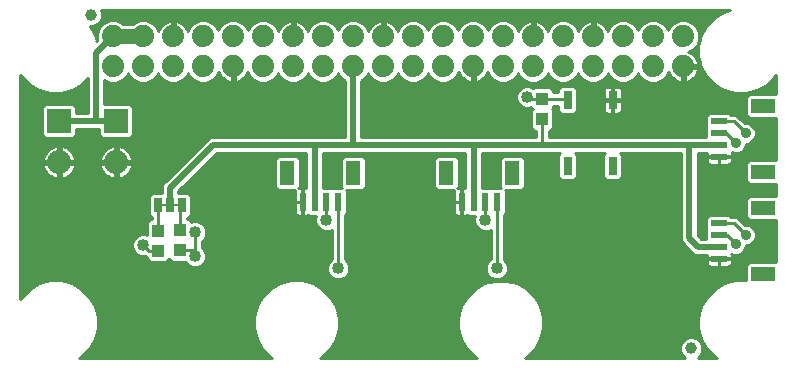
<source format=gtl>
G75*
%MOIN*%
%OFA0B0*%
%FSLAX25Y25*%
%IPPOS*%
%LPD*%
%AMOC8*
5,1,8,0,0,1.08239X$1,22.5*
%
%ADD10C,0.03937*%
%ADD11R,0.07874X0.04724*%
%ADD12R,0.05315X0.02362*%
%ADD13C,0.07400*%
%ADD14R,0.02500X0.05000*%
%ADD15R,0.01600X0.01000*%
%ADD16R,0.03937X0.04331*%
%ADD17R,0.08000X0.08000*%
%ADD18C,0.08000*%
%ADD19R,0.03000X0.06000*%
%ADD20R,0.02362X0.06102*%
%ADD21R,0.04724X0.07874*%
%ADD22C,0.01000*%
%ADD23C,0.04000*%
%ADD24C,0.02000*%
%ADD25C,0.03500*%
%ADD26C,0.05000*%
D10*
X0337042Y0133176D03*
X0137003Y0244378D03*
D11*
X0360802Y0214024D03*
X0360802Y0191976D03*
X0360801Y0180027D03*
X0360801Y0157979D03*
D12*
X0346333Y0163098D03*
X0346333Y0167035D03*
X0346333Y0170972D03*
X0346333Y0174909D03*
X0346333Y0197094D03*
X0346333Y0201031D03*
X0346333Y0204969D03*
X0346333Y0208906D03*
D13*
X0334286Y0227213D03*
X0324286Y0227213D03*
X0314286Y0227213D03*
X0314286Y0237213D03*
X0324286Y0237213D03*
X0334286Y0237213D03*
X0304286Y0237213D03*
X0294286Y0237213D03*
X0284286Y0237213D03*
X0274286Y0237213D03*
X0264286Y0237213D03*
X0254286Y0237213D03*
X0244286Y0237213D03*
X0234286Y0237213D03*
X0224286Y0237213D03*
X0214286Y0237213D03*
X0204286Y0237213D03*
X0194286Y0237213D03*
X0184286Y0237213D03*
X0174286Y0237213D03*
X0164286Y0237213D03*
X0154286Y0237213D03*
X0144286Y0237213D03*
X0144286Y0227213D03*
X0154286Y0227213D03*
X0164286Y0227213D03*
X0174286Y0227213D03*
X0184286Y0227213D03*
X0194286Y0227213D03*
X0204286Y0227213D03*
X0214286Y0227213D03*
X0224286Y0227213D03*
X0234286Y0227213D03*
X0244286Y0227213D03*
X0254286Y0227213D03*
X0264286Y0227213D03*
X0274286Y0227213D03*
X0284286Y0227213D03*
X0294286Y0227213D03*
X0304286Y0227213D03*
D14*
X0167326Y0180893D03*
X0163326Y0180893D03*
X0159326Y0180893D03*
D15*
X0161326Y0180893D03*
X0165326Y0180893D03*
D16*
X0166703Y0172643D03*
X0159377Y0172443D03*
X0159377Y0165750D03*
X0166703Y0165950D03*
X0287333Y0209654D03*
X0287333Y0216346D03*
D17*
X0145333Y0209000D03*
X0126333Y0209000D03*
D18*
X0126333Y0195220D03*
X0145333Y0195220D03*
D19*
X0295833Y0194000D03*
X0310833Y0194000D03*
X0310833Y0216000D03*
X0295833Y0216000D03*
D20*
X0272325Y0182051D03*
X0268388Y0182051D03*
X0264451Y0182051D03*
X0260514Y0182051D03*
X0219325Y0182051D03*
X0215388Y0182051D03*
X0211451Y0182051D03*
X0207514Y0182051D03*
D21*
X0202396Y0191598D03*
X0224444Y0191598D03*
X0255396Y0191598D03*
X0277444Y0191598D03*
D22*
X0133771Y0130495D02*
X0133086Y0130100D01*
X0197376Y0130100D01*
X0196691Y0130495D01*
X0194065Y0133121D01*
X0192209Y0136337D01*
X0191248Y0139923D01*
X0191248Y0143636D01*
X0192209Y0147223D01*
X0194065Y0150438D01*
X0196691Y0153064D01*
X0199906Y0154920D01*
X0203493Y0155881D01*
X0207206Y0155881D01*
X0210792Y0154920D01*
X0214008Y0153064D01*
X0216633Y0150438D01*
X0218490Y0147223D01*
X0219451Y0143636D01*
X0219451Y0139923D01*
X0218490Y0136337D01*
X0216633Y0133121D01*
X0214008Y0130495D01*
X0213323Y0130100D01*
X0265457Y0130100D01*
X0264840Y0130456D01*
X0262215Y0133082D01*
X0260358Y0136297D01*
X0259397Y0139884D01*
X0259397Y0143597D01*
X0260358Y0147183D01*
X0262215Y0150399D01*
X0264840Y0153024D01*
X0268056Y0154881D01*
X0271642Y0155842D01*
X0275355Y0155842D01*
X0278942Y0154881D01*
X0282157Y0153024D01*
X0284783Y0150399D01*
X0286639Y0147183D01*
X0287600Y0143597D01*
X0287600Y0139884D01*
X0286639Y0136297D01*
X0284783Y0133082D01*
X0282157Y0130456D01*
X0281540Y0130100D01*
X0334930Y0130100D01*
X0333932Y0131098D01*
X0333373Y0132446D01*
X0333373Y0133905D01*
X0333932Y0135254D01*
X0334964Y0136286D01*
X0336312Y0136844D01*
X0337772Y0136844D01*
X0339120Y0136286D01*
X0340152Y0135254D01*
X0340710Y0133905D01*
X0340710Y0132446D01*
X0340152Y0131098D01*
X0339154Y0130100D01*
X0345486Y0130100D01*
X0344801Y0130495D01*
X0342175Y0133121D01*
X0340319Y0136337D01*
X0339358Y0139923D01*
X0339358Y0143636D01*
X0340319Y0147223D01*
X0342175Y0150438D01*
X0344801Y0153064D01*
X0348016Y0154920D01*
X0351603Y0155881D01*
X0355164Y0155881D01*
X0355164Y0161046D01*
X0356160Y0162042D01*
X0365139Y0162042D01*
X0365139Y0175964D01*
X0356160Y0175964D01*
X0355164Y0176960D01*
X0355164Y0183093D01*
X0356160Y0184089D01*
X0365139Y0184089D01*
X0365139Y0187914D01*
X0356161Y0187914D01*
X0355165Y0188910D01*
X0355165Y0195043D01*
X0356161Y0196039D01*
X0365139Y0196039D01*
X0365139Y0209961D01*
X0356161Y0209961D01*
X0355165Y0210957D01*
X0355165Y0217090D01*
X0356161Y0218086D01*
X0365139Y0218086D01*
X0365139Y0224357D01*
X0364743Y0223672D01*
X0362118Y0221047D01*
X0358902Y0219190D01*
X0355316Y0218229D01*
X0351603Y0218229D01*
X0348016Y0219190D01*
X0344801Y0221047D01*
X0342175Y0223672D01*
X0340319Y0226888D01*
X0339358Y0230474D01*
X0339358Y0234187D01*
X0340319Y0237774D01*
X0342175Y0240989D01*
X0344801Y0243615D01*
X0348016Y0245471D01*
X0349910Y0245979D01*
X0140310Y0245979D01*
X0140671Y0245108D01*
X0140671Y0243648D01*
X0140113Y0242300D01*
X0139081Y0241268D01*
X0137732Y0240709D01*
X0136558Y0240709D01*
X0138253Y0237774D01*
X0138840Y0235585D01*
X0139035Y0235780D01*
X0138886Y0236138D01*
X0138886Y0238287D01*
X0139708Y0240271D01*
X0141227Y0241790D01*
X0143212Y0242613D01*
X0145360Y0242613D01*
X0147345Y0241790D01*
X0147723Y0241413D01*
X0150849Y0241413D01*
X0151227Y0241790D01*
X0153212Y0242613D01*
X0155360Y0242613D01*
X0157345Y0241790D01*
X0158864Y0240271D01*
X0159395Y0238988D01*
X0159467Y0239209D01*
X0159839Y0239938D01*
X0160320Y0240600D01*
X0160899Y0241179D01*
X0161561Y0241660D01*
X0162290Y0242032D01*
X0163068Y0242285D01*
X0163786Y0242398D01*
X0163786Y0237713D01*
X0164786Y0237713D01*
X0164786Y0242398D01*
X0165504Y0242285D01*
X0166282Y0242032D01*
X0167011Y0241660D01*
X0167674Y0241179D01*
X0168252Y0240600D01*
X0168734Y0239938D01*
X0169105Y0239209D01*
X0169177Y0238988D01*
X0169708Y0240271D01*
X0171227Y0241790D01*
X0173212Y0242613D01*
X0175360Y0242613D01*
X0177345Y0241790D01*
X0178864Y0240271D01*
X0179286Y0239252D01*
X0179708Y0240271D01*
X0181227Y0241790D01*
X0183212Y0242613D01*
X0185360Y0242613D01*
X0187345Y0241790D01*
X0188864Y0240271D01*
X0189286Y0239252D01*
X0189708Y0240271D01*
X0191227Y0241790D01*
X0193212Y0242613D01*
X0195360Y0242613D01*
X0197345Y0241790D01*
X0198864Y0240271D01*
X0199395Y0238988D01*
X0199467Y0239209D01*
X0199839Y0239938D01*
X0200320Y0240600D01*
X0200899Y0241179D01*
X0201561Y0241660D01*
X0202290Y0242032D01*
X0203068Y0242285D01*
X0203786Y0242398D01*
X0203786Y0237713D01*
X0204786Y0237713D01*
X0204786Y0242398D01*
X0205504Y0242285D01*
X0206282Y0242032D01*
X0207011Y0241660D01*
X0207674Y0241179D01*
X0208252Y0240600D01*
X0208734Y0239938D01*
X0209105Y0239209D01*
X0209177Y0238988D01*
X0209708Y0240271D01*
X0211227Y0241790D01*
X0213212Y0242613D01*
X0215360Y0242613D01*
X0217345Y0241790D01*
X0218864Y0240271D01*
X0219286Y0239252D01*
X0219708Y0240271D01*
X0221227Y0241790D01*
X0223212Y0242613D01*
X0225360Y0242613D01*
X0227345Y0241790D01*
X0228864Y0240271D01*
X0229395Y0238988D01*
X0229467Y0239209D01*
X0229839Y0239938D01*
X0230320Y0240600D01*
X0230899Y0241179D01*
X0231561Y0241660D01*
X0232290Y0242032D01*
X0233068Y0242285D01*
X0233786Y0242398D01*
X0233786Y0237713D01*
X0234786Y0237713D01*
X0234786Y0242398D01*
X0235504Y0242285D01*
X0236282Y0242032D01*
X0237011Y0241660D01*
X0237674Y0241179D01*
X0238252Y0240600D01*
X0238734Y0239938D01*
X0239105Y0239209D01*
X0239177Y0238988D01*
X0239708Y0240271D01*
X0241227Y0241790D01*
X0243212Y0242613D01*
X0245360Y0242613D01*
X0247345Y0241790D01*
X0248864Y0240271D01*
X0249286Y0239252D01*
X0249708Y0240271D01*
X0251227Y0241790D01*
X0253212Y0242613D01*
X0255360Y0242613D01*
X0257345Y0241790D01*
X0258864Y0240271D01*
X0259286Y0239252D01*
X0259708Y0240271D01*
X0261227Y0241790D01*
X0263212Y0242613D01*
X0265360Y0242613D01*
X0267345Y0241790D01*
X0268864Y0240271D01*
X0269286Y0239252D01*
X0269708Y0240271D01*
X0271227Y0241790D01*
X0273212Y0242613D01*
X0275360Y0242613D01*
X0277345Y0241790D01*
X0278864Y0240271D01*
X0279395Y0238988D01*
X0279467Y0239209D01*
X0279839Y0239938D01*
X0280320Y0240600D01*
X0280899Y0241179D01*
X0281561Y0241660D01*
X0282290Y0242032D01*
X0283068Y0242285D01*
X0283786Y0242398D01*
X0283786Y0237713D01*
X0284786Y0237713D01*
X0284786Y0242398D01*
X0285504Y0242285D01*
X0286282Y0242032D01*
X0287011Y0241660D01*
X0287674Y0241179D01*
X0288252Y0240600D01*
X0288734Y0239938D01*
X0289105Y0239209D01*
X0289177Y0238988D01*
X0289708Y0240271D01*
X0291227Y0241790D01*
X0293212Y0242613D01*
X0295360Y0242613D01*
X0297345Y0241790D01*
X0298864Y0240271D01*
X0299395Y0238988D01*
X0299467Y0239209D01*
X0299839Y0239938D01*
X0300320Y0240600D01*
X0300899Y0241179D01*
X0301561Y0241660D01*
X0302290Y0242032D01*
X0303068Y0242285D01*
X0303786Y0242398D01*
X0303786Y0237713D01*
X0304786Y0237713D01*
X0304786Y0242398D01*
X0305504Y0242285D01*
X0306282Y0242032D01*
X0307011Y0241660D01*
X0307674Y0241179D01*
X0308252Y0240600D01*
X0308734Y0239938D01*
X0309105Y0239209D01*
X0309177Y0238988D01*
X0309708Y0240271D01*
X0311227Y0241790D01*
X0313212Y0242613D01*
X0315360Y0242613D01*
X0317345Y0241790D01*
X0318864Y0240271D01*
X0319286Y0239252D01*
X0319708Y0240271D01*
X0321227Y0241790D01*
X0323212Y0242613D01*
X0325360Y0242613D01*
X0327345Y0241790D01*
X0328864Y0240271D01*
X0329286Y0239252D01*
X0329708Y0240271D01*
X0331227Y0241790D01*
X0333212Y0242613D01*
X0335360Y0242613D01*
X0337345Y0241790D01*
X0338864Y0240271D01*
X0339686Y0238287D01*
X0339686Y0236138D01*
X0338864Y0234154D01*
X0337345Y0232635D01*
X0336062Y0232103D01*
X0336282Y0232032D01*
X0337011Y0231660D01*
X0337674Y0231179D01*
X0338252Y0230600D01*
X0338734Y0229938D01*
X0339105Y0229209D01*
X0339358Y0228430D01*
X0339472Y0227713D01*
X0334786Y0227713D01*
X0334786Y0226713D01*
X0339472Y0226713D01*
X0339358Y0225995D01*
X0339105Y0225216D01*
X0338734Y0224487D01*
X0338252Y0223825D01*
X0337674Y0223246D01*
X0337011Y0222765D01*
X0336282Y0222394D01*
X0335504Y0222141D01*
X0334786Y0222027D01*
X0334786Y0226713D01*
X0333786Y0226713D01*
X0333786Y0222027D01*
X0333068Y0222141D01*
X0332290Y0222394D01*
X0331561Y0222765D01*
X0330899Y0223246D01*
X0330320Y0223825D01*
X0329839Y0224487D01*
X0329467Y0225216D01*
X0329395Y0225437D01*
X0328864Y0224154D01*
X0327345Y0222635D01*
X0325360Y0221813D01*
X0323212Y0221813D01*
X0321227Y0222635D01*
X0319708Y0224154D01*
X0319286Y0225173D01*
X0318864Y0224154D01*
X0317345Y0222635D01*
X0315360Y0221813D01*
X0313212Y0221813D01*
X0311227Y0222635D01*
X0309708Y0224154D01*
X0309286Y0225173D01*
X0308864Y0224154D01*
X0307345Y0222635D01*
X0305360Y0221813D01*
X0303212Y0221813D01*
X0301227Y0222635D01*
X0299708Y0224154D01*
X0299286Y0225173D01*
X0298864Y0224154D01*
X0297345Y0222635D01*
X0295360Y0221813D01*
X0293212Y0221813D01*
X0291227Y0222635D01*
X0289708Y0224154D01*
X0289286Y0225173D01*
X0288864Y0224154D01*
X0287345Y0222635D01*
X0285360Y0221813D01*
X0283212Y0221813D01*
X0281227Y0222635D01*
X0279708Y0224154D01*
X0279286Y0225173D01*
X0278864Y0224154D01*
X0277345Y0222635D01*
X0275360Y0221813D01*
X0273212Y0221813D01*
X0271227Y0222635D01*
X0269708Y0224154D01*
X0269177Y0225437D01*
X0269105Y0225216D01*
X0268734Y0224487D01*
X0268252Y0223825D01*
X0267674Y0223246D01*
X0267011Y0222765D01*
X0266282Y0222394D01*
X0265504Y0222141D01*
X0264786Y0222027D01*
X0264786Y0226713D01*
X0263786Y0226713D01*
X0263786Y0222027D01*
X0263068Y0222141D01*
X0262290Y0222394D01*
X0261561Y0222765D01*
X0260899Y0223246D01*
X0260320Y0223825D01*
X0259839Y0224487D01*
X0259467Y0225216D01*
X0259395Y0225437D01*
X0258864Y0224154D01*
X0257345Y0222635D01*
X0255360Y0221813D01*
X0253212Y0221813D01*
X0251227Y0222635D01*
X0249708Y0224154D01*
X0249286Y0225173D01*
X0248864Y0224154D01*
X0247345Y0222635D01*
X0245360Y0221813D01*
X0243212Y0221813D01*
X0241227Y0222635D01*
X0239708Y0224154D01*
X0239286Y0225173D01*
X0238864Y0224154D01*
X0237345Y0222635D01*
X0235360Y0221813D01*
X0233212Y0221813D01*
X0231227Y0222635D01*
X0229708Y0224154D01*
X0229286Y0225173D01*
X0228864Y0224154D01*
X0227345Y0222635D01*
X0226986Y0222486D01*
X0226986Y0203731D01*
X0285133Y0203731D01*
X0285133Y0205788D01*
X0284661Y0205788D01*
X0283665Y0206784D01*
X0283665Y0212523D01*
X0284142Y0213000D01*
X0283665Y0213477D01*
X0283665Y0213547D01*
X0283069Y0213300D01*
X0281597Y0213300D01*
X0280237Y0213863D01*
X0279197Y0214904D01*
X0278633Y0216264D01*
X0278633Y0217736D01*
X0279197Y0219096D01*
X0280237Y0220137D01*
X0281597Y0220700D01*
X0283069Y0220700D01*
X0284429Y0220137D01*
X0284507Y0220059D01*
X0284661Y0220212D01*
X0290006Y0220212D01*
X0291002Y0219216D01*
X0291002Y0218546D01*
X0292633Y0218546D01*
X0292633Y0219704D01*
X0293629Y0220700D01*
X0298037Y0220700D01*
X0299033Y0219704D01*
X0299033Y0212296D01*
X0298037Y0211300D01*
X0293629Y0211300D01*
X0292633Y0212296D01*
X0292633Y0214146D01*
X0291002Y0214146D01*
X0291002Y0213477D01*
X0290525Y0213000D01*
X0291002Y0212523D01*
X0291002Y0206784D01*
X0290006Y0205788D01*
X0289533Y0205788D01*
X0289533Y0203731D01*
X0341976Y0203731D01*
X0341976Y0206854D01*
X0342059Y0206937D01*
X0341976Y0207020D01*
X0341976Y0210791D01*
X0342972Y0211787D01*
X0349695Y0211787D01*
X0350376Y0211105D01*
X0352035Y0211105D01*
X0353324Y0209817D01*
X0354819Y0208322D01*
X0355844Y0208322D01*
X0357112Y0207796D01*
X0358082Y0206826D01*
X0358608Y0205558D01*
X0358608Y0204185D01*
X0358082Y0202917D01*
X0357112Y0201947D01*
X0355844Y0201422D01*
X0355298Y0201422D01*
X0355298Y0200996D01*
X0354773Y0199728D01*
X0353803Y0198758D01*
X0352535Y0198233D01*
X0351162Y0198233D01*
X0350479Y0198515D01*
X0350491Y0198473D01*
X0350491Y0197185D01*
X0346424Y0197185D01*
X0346424Y0197004D01*
X0350491Y0197004D01*
X0350491Y0195716D01*
X0350389Y0195334D01*
X0350191Y0194992D01*
X0349912Y0194713D01*
X0349570Y0194516D01*
X0349188Y0194413D01*
X0346424Y0194413D01*
X0346424Y0197004D01*
X0346243Y0197004D01*
X0346243Y0194413D01*
X0343478Y0194413D01*
X0343097Y0194516D01*
X0342755Y0194713D01*
X0342476Y0194992D01*
X0342278Y0195334D01*
X0342176Y0195716D01*
X0342176Y0197004D01*
X0346243Y0197004D01*
X0346243Y0197185D01*
X0342176Y0197185D01*
X0342176Y0198331D01*
X0339133Y0198331D01*
X0339133Y0171018D01*
X0340417Y0169735D01*
X0341975Y0169735D01*
X0341975Y0172857D01*
X0342059Y0172940D01*
X0341975Y0173023D01*
X0341975Y0176794D01*
X0342971Y0177790D01*
X0349695Y0177790D01*
X0350376Y0177109D01*
X0352183Y0177109D01*
X0354798Y0174494D01*
X0355823Y0174494D01*
X0357091Y0173969D01*
X0358061Y0172998D01*
X0358586Y0171730D01*
X0358586Y0170358D01*
X0358061Y0169090D01*
X0357091Y0168119D01*
X0355823Y0167594D01*
X0355277Y0167594D01*
X0355277Y0167266D01*
X0354752Y0165998D01*
X0353781Y0165027D01*
X0352513Y0164502D01*
X0351141Y0164502D01*
X0350401Y0164808D01*
X0350490Y0164476D01*
X0350490Y0163188D01*
X0346423Y0163188D01*
X0346423Y0163007D01*
X0346423Y0160416D01*
X0349188Y0160416D01*
X0349569Y0160519D01*
X0349911Y0160716D01*
X0350191Y0160995D01*
X0350388Y0161337D01*
X0350490Y0161719D01*
X0350490Y0163007D01*
X0346423Y0163007D01*
X0346242Y0163007D01*
X0342175Y0163007D01*
X0342175Y0161719D01*
X0342278Y0161337D01*
X0342475Y0160995D01*
X0342754Y0160716D01*
X0343096Y0160519D01*
X0343478Y0160416D01*
X0346242Y0160416D01*
X0346242Y0163007D01*
X0346242Y0163188D01*
X0342175Y0163188D01*
X0342175Y0164335D01*
X0338762Y0164335D01*
X0337769Y0164746D01*
X0334144Y0168371D01*
X0333733Y0169363D01*
X0333733Y0198331D01*
X0313406Y0198331D01*
X0314033Y0197704D01*
X0314033Y0190296D01*
X0313037Y0189300D01*
X0308629Y0189300D01*
X0307633Y0190296D01*
X0307633Y0197704D01*
X0308261Y0198331D01*
X0298406Y0198331D01*
X0299033Y0197704D01*
X0299033Y0190296D01*
X0298037Y0189300D01*
X0293629Y0189300D01*
X0292633Y0190296D01*
X0292633Y0197704D01*
X0293261Y0198331D01*
X0267151Y0198331D01*
X0267151Y0186802D01*
X0270274Y0186802D01*
X0270357Y0186719D01*
X0270440Y0186802D01*
X0273536Y0186802D01*
X0273381Y0186957D01*
X0273381Y0196240D01*
X0274377Y0197235D01*
X0280510Y0197235D01*
X0281506Y0196240D01*
X0281506Y0186957D01*
X0280510Y0185961D01*
X0275052Y0185961D01*
X0275207Y0185807D01*
X0275207Y0178296D01*
X0274525Y0177615D01*
X0274525Y0162833D01*
X0275362Y0161996D01*
X0275925Y0160636D01*
X0275925Y0159164D01*
X0275362Y0157804D01*
X0274321Y0156763D01*
X0272961Y0156200D01*
X0271489Y0156200D01*
X0270130Y0156763D01*
X0269089Y0157804D01*
X0268525Y0159164D01*
X0268525Y0160636D01*
X0269089Y0161996D01*
X0270125Y0163033D01*
X0270125Y0172715D01*
X0269124Y0172300D01*
X0267652Y0172300D01*
X0266293Y0172863D01*
X0265252Y0173904D01*
X0264688Y0175264D01*
X0264688Y0176736D01*
X0264922Y0177300D01*
X0262566Y0177300D01*
X0262266Y0177600D01*
X0261893Y0177500D01*
X0260605Y0177500D01*
X0260605Y0181961D01*
X0260424Y0181961D01*
X0257833Y0181961D01*
X0257833Y0178803D01*
X0257936Y0178421D01*
X0258133Y0178079D01*
X0258412Y0177800D01*
X0258754Y0177602D01*
X0259136Y0177500D01*
X0260424Y0177500D01*
X0260424Y0181961D01*
X0260424Y0182142D01*
X0260424Y0186602D01*
X0259136Y0186602D01*
X0259092Y0186591D01*
X0259459Y0186957D01*
X0259459Y0196240D01*
X0258463Y0197235D01*
X0252330Y0197235D01*
X0251334Y0196240D01*
X0251334Y0186957D01*
X0252330Y0185961D01*
X0258097Y0185961D01*
X0257936Y0185681D01*
X0257833Y0185300D01*
X0257833Y0182142D01*
X0260424Y0182142D01*
X0260605Y0182142D01*
X0260605Y0186602D01*
X0261751Y0186602D01*
X0261751Y0198331D01*
X0214151Y0198331D01*
X0214151Y0186802D01*
X0217274Y0186802D01*
X0217357Y0186719D01*
X0217440Y0186802D01*
X0220536Y0186802D01*
X0220381Y0186957D01*
X0220381Y0196240D01*
X0221377Y0197235D01*
X0227510Y0197235D01*
X0228506Y0196240D01*
X0228506Y0186957D01*
X0227510Y0185961D01*
X0222052Y0185961D01*
X0222207Y0185807D01*
X0222207Y0178296D01*
X0221525Y0177615D01*
X0221525Y0162940D01*
X0222470Y0161996D01*
X0223033Y0160636D01*
X0223033Y0159164D01*
X0222470Y0157804D01*
X0221429Y0156763D01*
X0220069Y0156200D01*
X0218597Y0156200D01*
X0217237Y0156763D01*
X0216197Y0157804D01*
X0215633Y0159164D01*
X0215633Y0160636D01*
X0216197Y0161996D01*
X0217125Y0162925D01*
X0217125Y0172715D01*
X0216124Y0172300D01*
X0214652Y0172300D01*
X0213293Y0172863D01*
X0212252Y0173904D01*
X0211688Y0175264D01*
X0211688Y0176736D01*
X0211922Y0177300D01*
X0209566Y0177300D01*
X0209266Y0177600D01*
X0208893Y0177500D01*
X0207605Y0177500D01*
X0207605Y0181961D01*
X0207424Y0181961D01*
X0204833Y0181961D01*
X0204833Y0178803D01*
X0204936Y0178421D01*
X0205133Y0178079D01*
X0205412Y0177800D01*
X0205754Y0177602D01*
X0206136Y0177500D01*
X0207424Y0177500D01*
X0207424Y0181961D01*
X0207424Y0182142D01*
X0207424Y0186602D01*
X0206136Y0186602D01*
X0206092Y0186591D01*
X0206459Y0186957D01*
X0206459Y0196240D01*
X0205463Y0197235D01*
X0199330Y0197235D01*
X0198334Y0196240D01*
X0198334Y0186957D01*
X0199330Y0185961D01*
X0205097Y0185961D01*
X0204936Y0185681D01*
X0204833Y0185300D01*
X0204833Y0182142D01*
X0207424Y0182142D01*
X0207605Y0182142D01*
X0207605Y0186602D01*
X0208751Y0186602D01*
X0208751Y0198331D01*
X0178826Y0198331D01*
X0166026Y0185531D01*
X0166026Y0185093D01*
X0169280Y0185093D01*
X0170276Y0184097D01*
X0170276Y0177689D01*
X0169280Y0176693D01*
X0168903Y0176693D01*
X0168903Y0176508D01*
X0169376Y0176508D01*
X0170372Y0175512D01*
X0170372Y0175345D01*
X0170936Y0175578D01*
X0172408Y0175578D01*
X0173768Y0175015D01*
X0174809Y0173974D01*
X0175372Y0172614D01*
X0175372Y0171142D01*
X0174809Y0169782D01*
X0173872Y0168846D01*
X0173872Y0166894D01*
X0174770Y0165996D01*
X0175333Y0164636D01*
X0175333Y0163164D01*
X0174770Y0161804D01*
X0173729Y0160763D01*
X0172369Y0160200D01*
X0170897Y0160200D01*
X0169537Y0160763D01*
X0168497Y0161804D01*
X0168381Y0162084D01*
X0164031Y0162084D01*
X0163046Y0163069D01*
X0163046Y0162880D01*
X0162050Y0161884D01*
X0156705Y0161884D01*
X0155709Y0162880D01*
X0155709Y0163550D01*
X0155372Y0163550D01*
X0155022Y0163900D01*
X0153697Y0163900D01*
X0152337Y0164463D01*
X0151297Y0165504D01*
X0150733Y0166864D01*
X0150733Y0168336D01*
X0151297Y0169696D01*
X0152337Y0170737D01*
X0153697Y0171300D01*
X0155169Y0171300D01*
X0155709Y0171076D01*
X0155709Y0175312D01*
X0156705Y0176308D01*
X0157126Y0176308D01*
X0157126Y0176939D01*
X0156376Y0177689D01*
X0156376Y0184097D01*
X0157372Y0185093D01*
X0160626Y0185093D01*
X0160626Y0187187D01*
X0161037Y0188179D01*
X0161797Y0188939D01*
X0176179Y0203320D01*
X0177171Y0203731D01*
X0221586Y0203731D01*
X0221586Y0222486D01*
X0221227Y0222635D01*
X0219708Y0224154D01*
X0219286Y0225173D01*
X0218864Y0224154D01*
X0217345Y0222635D01*
X0215360Y0221813D01*
X0213212Y0221813D01*
X0211227Y0222635D01*
X0209708Y0224154D01*
X0209286Y0225173D01*
X0208864Y0224154D01*
X0207345Y0222635D01*
X0205360Y0221813D01*
X0203212Y0221813D01*
X0201227Y0222635D01*
X0199708Y0224154D01*
X0199286Y0225173D01*
X0198864Y0224154D01*
X0197345Y0222635D01*
X0195360Y0221813D01*
X0193212Y0221813D01*
X0191227Y0222635D01*
X0189708Y0224154D01*
X0189177Y0225437D01*
X0189105Y0225216D01*
X0188734Y0224487D01*
X0188252Y0223825D01*
X0187674Y0223246D01*
X0187011Y0222765D01*
X0186282Y0222394D01*
X0185504Y0222141D01*
X0184786Y0222027D01*
X0184786Y0226713D01*
X0183786Y0226713D01*
X0183786Y0222027D01*
X0183068Y0222141D01*
X0182290Y0222394D01*
X0181561Y0222765D01*
X0180899Y0223246D01*
X0180320Y0223825D01*
X0179839Y0224487D01*
X0179467Y0225216D01*
X0179395Y0225437D01*
X0178864Y0224154D01*
X0177345Y0222635D01*
X0175360Y0221813D01*
X0173212Y0221813D01*
X0171227Y0222635D01*
X0169708Y0224154D01*
X0169286Y0225173D01*
X0168864Y0224154D01*
X0167345Y0222635D01*
X0165360Y0221813D01*
X0163212Y0221813D01*
X0161227Y0222635D01*
X0159708Y0224154D01*
X0159286Y0225173D01*
X0158864Y0224154D01*
X0157345Y0222635D01*
X0155360Y0221813D01*
X0153212Y0221813D01*
X0151227Y0222635D01*
X0149708Y0224154D01*
X0149286Y0225173D01*
X0148864Y0224154D01*
X0147345Y0222635D01*
X0145360Y0221813D01*
X0143212Y0221813D01*
X0141414Y0222557D01*
X0141414Y0214700D01*
X0150037Y0214700D01*
X0151033Y0213704D01*
X0151033Y0204296D01*
X0150037Y0203300D01*
X0140629Y0203300D01*
X0139633Y0204296D01*
X0139633Y0206300D01*
X0132033Y0206300D01*
X0132033Y0204296D01*
X0131037Y0203300D01*
X0121629Y0203300D01*
X0120633Y0204296D01*
X0120633Y0213704D01*
X0121629Y0214700D01*
X0131037Y0214700D01*
X0132033Y0213704D01*
X0132033Y0211700D01*
X0136014Y0211700D01*
X0136014Y0223290D01*
X0133771Y0221047D01*
X0130556Y0219190D01*
X0126969Y0218229D01*
X0123256Y0218229D01*
X0119670Y0219190D01*
X0116454Y0221047D01*
X0113829Y0223672D01*
X0113433Y0224357D01*
X0113433Y0149753D01*
X0113829Y0150438D01*
X0116454Y0153064D01*
X0119670Y0154920D01*
X0123256Y0155881D01*
X0126969Y0155881D01*
X0130556Y0154920D01*
X0133771Y0153064D01*
X0136397Y0150438D01*
X0138253Y0147223D01*
X0139214Y0143636D01*
X0139214Y0139923D01*
X0138253Y0136337D01*
X0136397Y0133121D01*
X0133771Y0130495D01*
X0134271Y0130996D02*
X0196190Y0130996D01*
X0195192Y0131994D02*
X0135270Y0131994D01*
X0136269Y0132993D02*
X0194193Y0132993D01*
X0193563Y0133991D02*
X0136899Y0133991D01*
X0137476Y0134990D02*
X0192986Y0134990D01*
X0192410Y0135988D02*
X0138052Y0135988D01*
X0138428Y0136987D02*
X0192034Y0136987D01*
X0191767Y0137985D02*
X0138695Y0137985D01*
X0138963Y0138984D02*
X0191499Y0138984D01*
X0191248Y0139982D02*
X0139214Y0139982D01*
X0139214Y0140981D02*
X0191248Y0140981D01*
X0191248Y0141979D02*
X0139214Y0141979D01*
X0139214Y0142978D02*
X0191248Y0142978D01*
X0191339Y0143976D02*
X0139123Y0143976D01*
X0138856Y0144975D02*
X0191606Y0144975D01*
X0191874Y0145973D02*
X0138588Y0145973D01*
X0138321Y0146972D02*
X0192141Y0146972D01*
X0192640Y0147970D02*
X0137822Y0147970D01*
X0137245Y0148969D02*
X0193217Y0148969D01*
X0193793Y0149967D02*
X0136669Y0149967D01*
X0135869Y0150966D02*
X0194593Y0150966D01*
X0195591Y0151964D02*
X0134871Y0151964D01*
X0133872Y0152963D02*
X0196590Y0152963D01*
X0198245Y0153961D02*
X0132217Y0153961D01*
X0130408Y0154960D02*
X0200054Y0154960D01*
X0210644Y0154960D02*
X0268351Y0154960D01*
X0266463Y0153961D02*
X0212453Y0153961D01*
X0214108Y0152963D02*
X0264779Y0152963D01*
X0263780Y0151964D02*
X0215107Y0151964D01*
X0216105Y0150966D02*
X0262782Y0150966D01*
X0261966Y0149967D02*
X0216905Y0149967D01*
X0217481Y0148969D02*
X0261389Y0148969D01*
X0260813Y0147970D02*
X0218058Y0147970D01*
X0218557Y0146972D02*
X0260301Y0146972D01*
X0260034Y0145973D02*
X0218824Y0145973D01*
X0219092Y0144975D02*
X0259766Y0144975D01*
X0259499Y0143976D02*
X0219359Y0143976D01*
X0219451Y0142978D02*
X0259397Y0142978D01*
X0259397Y0141979D02*
X0219451Y0141979D01*
X0219451Y0140981D02*
X0259397Y0140981D01*
X0259397Y0139982D02*
X0219451Y0139982D01*
X0219199Y0138984D02*
X0259638Y0138984D01*
X0259906Y0137985D02*
X0218931Y0137985D01*
X0218664Y0136987D02*
X0260173Y0136987D01*
X0260537Y0135988D02*
X0218288Y0135988D01*
X0217712Y0134990D02*
X0261113Y0134990D01*
X0261690Y0133991D02*
X0217135Y0133991D01*
X0216505Y0132993D02*
X0262304Y0132993D01*
X0263302Y0131994D02*
X0215506Y0131994D01*
X0214508Y0130996D02*
X0264301Y0130996D01*
X0282697Y0130996D02*
X0334034Y0130996D01*
X0333561Y0131994D02*
X0283695Y0131994D01*
X0284694Y0132993D02*
X0333373Y0132993D01*
X0333409Y0133991D02*
X0285308Y0133991D01*
X0285884Y0134990D02*
X0333823Y0134990D01*
X0334666Y0135988D02*
X0286461Y0135988D01*
X0286824Y0136987D02*
X0340145Y0136987D01*
X0339877Y0137985D02*
X0287092Y0137985D01*
X0287359Y0138984D02*
X0339609Y0138984D01*
X0339358Y0139982D02*
X0287600Y0139982D01*
X0287600Y0140981D02*
X0339358Y0140981D01*
X0339358Y0141979D02*
X0287600Y0141979D01*
X0287600Y0142978D02*
X0339358Y0142978D01*
X0339449Y0143976D02*
X0287499Y0143976D01*
X0287231Y0144975D02*
X0339716Y0144975D01*
X0339984Y0145973D02*
X0286963Y0145973D01*
X0286696Y0146972D02*
X0340252Y0146972D01*
X0340750Y0147970D02*
X0286185Y0147970D01*
X0285608Y0148969D02*
X0341327Y0148969D01*
X0341903Y0149967D02*
X0285032Y0149967D01*
X0284216Y0150966D02*
X0342703Y0150966D01*
X0343701Y0151964D02*
X0283217Y0151964D01*
X0282219Y0152963D02*
X0344700Y0152963D01*
X0346356Y0153961D02*
X0280534Y0153961D01*
X0278647Y0154960D02*
X0348165Y0154960D01*
X0346423Y0160951D02*
X0346242Y0160951D01*
X0346242Y0161949D02*
X0346423Y0161949D01*
X0346423Y0162948D02*
X0346242Y0162948D01*
X0342175Y0162948D02*
X0274525Y0162948D01*
X0274525Y0163946D02*
X0342175Y0163946D01*
X0342175Y0161949D02*
X0275381Y0161949D01*
X0275795Y0160951D02*
X0342520Y0160951D01*
X0337570Y0164945D02*
X0274525Y0164945D01*
X0274525Y0165943D02*
X0336572Y0165943D01*
X0335573Y0166942D02*
X0274525Y0166942D01*
X0274525Y0167940D02*
X0334574Y0167940D01*
X0333909Y0168939D02*
X0274525Y0168939D01*
X0274525Y0169937D02*
X0333733Y0169937D01*
X0333733Y0170936D02*
X0274525Y0170936D01*
X0274525Y0171934D02*
X0333733Y0171934D01*
X0333733Y0172933D02*
X0274525Y0172933D01*
X0274525Y0173932D02*
X0333733Y0173932D01*
X0333733Y0174930D02*
X0274525Y0174930D01*
X0274525Y0175929D02*
X0333733Y0175929D01*
X0333733Y0176927D02*
X0274525Y0176927D01*
X0274836Y0177926D02*
X0333733Y0177926D01*
X0333733Y0178924D02*
X0275207Y0178924D01*
X0275207Y0179923D02*
X0333733Y0179923D01*
X0333733Y0180921D02*
X0275207Y0180921D01*
X0275207Y0181920D02*
X0333733Y0181920D01*
X0333733Y0182918D02*
X0275207Y0182918D01*
X0275207Y0183917D02*
X0333733Y0183917D01*
X0333733Y0184915D02*
X0275207Y0184915D01*
X0275099Y0185914D02*
X0333733Y0185914D01*
X0333733Y0186912D02*
X0281461Y0186912D01*
X0281506Y0187911D02*
X0333733Y0187911D01*
X0333733Y0188909D02*
X0281506Y0188909D01*
X0281506Y0189908D02*
X0293021Y0189908D01*
X0292633Y0190906D02*
X0281506Y0190906D01*
X0281506Y0191905D02*
X0292633Y0191905D01*
X0292633Y0192903D02*
X0281506Y0192903D01*
X0281506Y0193902D02*
X0292633Y0193902D01*
X0292633Y0194900D02*
X0281506Y0194900D01*
X0281506Y0195899D02*
X0292633Y0195899D01*
X0292633Y0196897D02*
X0280848Y0196897D01*
X0274039Y0196897D02*
X0267151Y0196897D01*
X0267151Y0195899D02*
X0273381Y0195899D01*
X0273381Y0194900D02*
X0267151Y0194900D01*
X0267151Y0193902D02*
X0273381Y0193902D01*
X0273381Y0192903D02*
X0267151Y0192903D01*
X0267151Y0191905D02*
X0273381Y0191905D01*
X0273381Y0190906D02*
X0267151Y0190906D01*
X0267151Y0189908D02*
X0273381Y0189908D01*
X0273381Y0188909D02*
X0267151Y0188909D01*
X0267151Y0187911D02*
X0273381Y0187911D01*
X0273426Y0186912D02*
X0267151Y0186912D01*
X0268388Y0182051D02*
X0268388Y0176000D01*
X0264688Y0175929D02*
X0221525Y0175929D01*
X0221525Y0176927D02*
X0264768Y0176927D01*
X0264827Y0174930D02*
X0221525Y0174930D01*
X0221525Y0173932D02*
X0265240Y0173932D01*
X0266223Y0172933D02*
X0221525Y0172933D01*
X0221525Y0171934D02*
X0270125Y0171934D01*
X0270125Y0170936D02*
X0221525Y0170936D01*
X0221525Y0169937D02*
X0270125Y0169937D01*
X0270125Y0168939D02*
X0221525Y0168939D01*
X0221525Y0167940D02*
X0270125Y0167940D01*
X0270125Y0166942D02*
X0221525Y0166942D01*
X0221525Y0165943D02*
X0270125Y0165943D01*
X0270125Y0164945D02*
X0221525Y0164945D01*
X0221525Y0163946D02*
X0270125Y0163946D01*
X0270041Y0162948D02*
X0221525Y0162948D01*
X0222489Y0161949D02*
X0269069Y0161949D01*
X0268656Y0160951D02*
X0222903Y0160951D01*
X0223033Y0159952D02*
X0268525Y0159952D01*
X0268613Y0158954D02*
X0222946Y0158954D01*
X0222533Y0157955D02*
X0269026Y0157955D01*
X0269936Y0156957D02*
X0221623Y0156957D01*
X0219333Y0159900D02*
X0219325Y0159908D01*
X0219325Y0182051D01*
X0222207Y0181920D02*
X0257833Y0181920D01*
X0257833Y0182918D02*
X0222207Y0182918D01*
X0222207Y0183917D02*
X0257833Y0183917D01*
X0257833Y0184915D02*
X0222207Y0184915D01*
X0222099Y0185914D02*
X0258070Y0185914D01*
X0259413Y0186912D02*
X0261751Y0186912D01*
X0261751Y0187911D02*
X0259459Y0187911D01*
X0259459Y0188909D02*
X0261751Y0188909D01*
X0261751Y0189908D02*
X0259459Y0189908D01*
X0259459Y0190906D02*
X0261751Y0190906D01*
X0261751Y0191905D02*
X0259459Y0191905D01*
X0259459Y0192903D02*
X0261751Y0192903D01*
X0261751Y0193902D02*
X0259459Y0193902D01*
X0259459Y0194900D02*
X0261751Y0194900D01*
X0261751Y0195899D02*
X0259459Y0195899D01*
X0258801Y0196897D02*
X0261751Y0196897D01*
X0261751Y0197896D02*
X0214151Y0197896D01*
X0214151Y0196897D02*
X0221039Y0196897D01*
X0220381Y0195899D02*
X0214151Y0195899D01*
X0214151Y0194900D02*
X0220381Y0194900D01*
X0220381Y0193902D02*
X0214151Y0193902D01*
X0214151Y0192903D02*
X0220381Y0192903D01*
X0220381Y0191905D02*
X0214151Y0191905D01*
X0214151Y0190906D02*
X0220381Y0190906D01*
X0220381Y0189908D02*
X0214151Y0189908D01*
X0214151Y0188909D02*
X0220381Y0188909D01*
X0220381Y0187911D02*
X0214151Y0187911D01*
X0214151Y0186912D02*
X0220426Y0186912D01*
X0222207Y0180921D02*
X0257833Y0180921D01*
X0257833Y0179923D02*
X0222207Y0179923D01*
X0222207Y0178924D02*
X0257833Y0178924D01*
X0258286Y0177926D02*
X0221836Y0177926D01*
X0215388Y0176000D02*
X0215388Y0182051D01*
X0211768Y0176927D02*
X0169515Y0176927D01*
X0169955Y0175929D02*
X0211688Y0175929D01*
X0211827Y0174930D02*
X0173853Y0174930D01*
X0174826Y0173932D02*
X0212240Y0173932D01*
X0213223Y0172933D02*
X0175240Y0172933D01*
X0175372Y0171934D02*
X0217125Y0171934D01*
X0217125Y0170936D02*
X0175286Y0170936D01*
X0174873Y0169937D02*
X0217125Y0169937D01*
X0217125Y0168939D02*
X0173965Y0168939D01*
X0173872Y0167940D02*
X0217125Y0167940D01*
X0217125Y0166942D02*
X0173872Y0166942D01*
X0174792Y0165943D02*
X0217125Y0165943D01*
X0217125Y0164945D02*
X0175205Y0164945D01*
X0175333Y0163946D02*
X0217125Y0163946D01*
X0217125Y0162948D02*
X0175244Y0162948D01*
X0174830Y0161949D02*
X0216177Y0161949D01*
X0215764Y0160951D02*
X0173917Y0160951D01*
X0171633Y0163900D02*
X0171672Y0163939D01*
X0171672Y0166000D01*
X0171622Y0165950D01*
X0166703Y0165950D01*
X0168436Y0161949D02*
X0162115Y0161949D01*
X0163046Y0162948D02*
X0163167Y0162948D01*
X0159377Y0165750D02*
X0156284Y0165750D01*
X0154433Y0167600D01*
X0151856Y0164945D02*
X0113433Y0164945D01*
X0113433Y0165943D02*
X0151115Y0165943D01*
X0150733Y0166942D02*
X0113433Y0166942D01*
X0113433Y0167940D02*
X0150733Y0167940D01*
X0150983Y0168939D02*
X0113433Y0168939D01*
X0113433Y0169937D02*
X0151538Y0169937D01*
X0152819Y0170936D02*
X0113433Y0170936D01*
X0113433Y0171934D02*
X0155709Y0171934D01*
X0155709Y0172933D02*
X0113433Y0172933D01*
X0113433Y0173932D02*
X0155709Y0173932D01*
X0155709Y0174930D02*
X0113433Y0174930D01*
X0113433Y0175929D02*
X0156325Y0175929D01*
X0157126Y0176927D02*
X0113433Y0176927D01*
X0113433Y0177926D02*
X0156376Y0177926D01*
X0156376Y0178924D02*
X0113433Y0178924D01*
X0113433Y0179923D02*
X0156376Y0179923D01*
X0156376Y0180921D02*
X0113433Y0180921D01*
X0113433Y0181920D02*
X0156376Y0181920D01*
X0156376Y0182918D02*
X0113433Y0182918D01*
X0113433Y0183917D02*
X0156376Y0183917D01*
X0157194Y0184915D02*
X0113433Y0184915D01*
X0113433Y0185914D02*
X0160626Y0185914D01*
X0160626Y0186912D02*
X0113433Y0186912D01*
X0113433Y0187911D02*
X0160926Y0187911D01*
X0161767Y0188909D02*
X0113433Y0188909D01*
X0113433Y0189908D02*
X0124886Y0189908D01*
X0125045Y0189856D02*
X0124222Y0190123D01*
X0123451Y0190516D01*
X0122750Y0191025D01*
X0122138Y0191637D01*
X0121629Y0192338D01*
X0121236Y0193109D01*
X0120969Y0193933D01*
X0120844Y0194720D01*
X0125833Y0194720D01*
X0126833Y0194720D01*
X0126833Y0189731D01*
X0127621Y0189856D01*
X0128445Y0190123D01*
X0129216Y0190516D01*
X0129916Y0191025D01*
X0130528Y0191637D01*
X0131037Y0192338D01*
X0131430Y0193109D01*
X0131698Y0193933D01*
X0131823Y0194720D01*
X0126833Y0194720D01*
X0126833Y0195720D01*
X0131823Y0195720D01*
X0131698Y0196508D01*
X0131430Y0197332D01*
X0131037Y0198103D01*
X0130528Y0198803D01*
X0129916Y0199416D01*
X0129216Y0199924D01*
X0128445Y0200318D01*
X0127621Y0200585D01*
X0126833Y0200710D01*
X0126833Y0195721D01*
X0125833Y0195721D01*
X0125833Y0200710D01*
X0125045Y0200585D01*
X0124222Y0200318D01*
X0123451Y0199924D01*
X0122750Y0199416D01*
X0122138Y0198803D01*
X0121629Y0198103D01*
X0121236Y0197332D01*
X0120969Y0196508D01*
X0120844Y0195720D01*
X0125833Y0195720D01*
X0125833Y0194720D01*
X0125833Y0189731D01*
X0125045Y0189856D01*
X0125833Y0189908D02*
X0126833Y0189908D01*
X0127781Y0189908D02*
X0143886Y0189908D01*
X0144045Y0189856D02*
X0143222Y0190123D01*
X0142451Y0190516D01*
X0141750Y0191025D01*
X0141138Y0191637D01*
X0140629Y0192338D01*
X0140236Y0193109D01*
X0139969Y0193933D01*
X0139844Y0194720D01*
X0144833Y0194720D01*
X0145833Y0194720D01*
X0145833Y0189731D01*
X0146621Y0189856D01*
X0147445Y0190123D01*
X0148216Y0190516D01*
X0148916Y0191025D01*
X0149528Y0191637D01*
X0150037Y0192338D01*
X0150430Y0193109D01*
X0150698Y0193933D01*
X0150823Y0194720D01*
X0145833Y0194720D01*
X0145833Y0195720D01*
X0150823Y0195720D01*
X0150698Y0196508D01*
X0150430Y0197332D01*
X0150037Y0198103D01*
X0149528Y0198803D01*
X0148916Y0199416D01*
X0148216Y0199924D01*
X0147445Y0200318D01*
X0146621Y0200585D01*
X0145833Y0200710D01*
X0145833Y0195721D01*
X0144833Y0195721D01*
X0144833Y0200710D01*
X0144045Y0200585D01*
X0143222Y0200318D01*
X0142451Y0199924D01*
X0141750Y0199416D01*
X0141138Y0198803D01*
X0140629Y0198103D01*
X0140236Y0197332D01*
X0139969Y0196508D01*
X0139844Y0195720D01*
X0144833Y0195720D01*
X0144833Y0194720D01*
X0144833Y0189731D01*
X0144045Y0189856D01*
X0144833Y0189908D02*
X0145833Y0189908D01*
X0146781Y0189908D02*
X0162766Y0189908D01*
X0163764Y0190906D02*
X0148752Y0190906D01*
X0149723Y0191905D02*
X0164763Y0191905D01*
X0165761Y0192903D02*
X0150325Y0192903D01*
X0150688Y0193902D02*
X0166760Y0193902D01*
X0167758Y0194900D02*
X0145833Y0194900D01*
X0145833Y0193902D02*
X0144833Y0193902D01*
X0144833Y0194900D02*
X0126833Y0194900D01*
X0126833Y0193902D02*
X0125833Y0193902D01*
X0125833Y0194900D02*
X0113433Y0194900D01*
X0113433Y0193902D02*
X0120979Y0193902D01*
X0121341Y0192903D02*
X0113433Y0192903D01*
X0113433Y0191905D02*
X0121944Y0191905D01*
X0122914Y0190906D02*
X0113433Y0190906D01*
X0113433Y0195899D02*
X0120872Y0195899D01*
X0121095Y0196897D02*
X0113433Y0196897D01*
X0113433Y0197896D02*
X0121524Y0197896D01*
X0122229Y0198894D02*
X0113433Y0198894D01*
X0113433Y0199893D02*
X0123407Y0199893D01*
X0125833Y0199893D02*
X0126833Y0199893D01*
X0126833Y0198894D02*
X0125833Y0198894D01*
X0125833Y0197896D02*
X0126833Y0197896D01*
X0126833Y0196897D02*
X0125833Y0196897D01*
X0125833Y0195899D02*
X0126833Y0195899D01*
X0126833Y0192903D02*
X0125833Y0192903D01*
X0125833Y0191905D02*
X0126833Y0191905D01*
X0126833Y0190906D02*
X0125833Y0190906D01*
X0129752Y0190906D02*
X0141914Y0190906D01*
X0140944Y0191905D02*
X0130723Y0191905D01*
X0131325Y0192903D02*
X0140341Y0192903D01*
X0139979Y0193902D02*
X0131688Y0193902D01*
X0131794Y0195899D02*
X0139872Y0195899D01*
X0140095Y0196897D02*
X0131572Y0196897D01*
X0131143Y0197896D02*
X0140524Y0197896D01*
X0141229Y0198894D02*
X0130438Y0198894D01*
X0129260Y0199893D02*
X0142407Y0199893D01*
X0144833Y0199893D02*
X0145833Y0199893D01*
X0145833Y0198894D02*
X0144833Y0198894D01*
X0144833Y0197896D02*
X0145833Y0197896D01*
X0145833Y0196897D02*
X0144833Y0196897D01*
X0144833Y0195899D02*
X0145833Y0195899D01*
X0145833Y0192903D02*
X0144833Y0192903D01*
X0144833Y0191905D02*
X0145833Y0191905D01*
X0145833Y0190906D02*
X0144833Y0190906D01*
X0150794Y0195899D02*
X0168757Y0195899D01*
X0169755Y0196897D02*
X0150572Y0196897D01*
X0150143Y0197896D02*
X0170754Y0197896D01*
X0171752Y0198894D02*
X0149438Y0198894D01*
X0148260Y0199893D02*
X0172751Y0199893D01*
X0173749Y0200891D02*
X0113433Y0200891D01*
X0113433Y0201890D02*
X0174748Y0201890D01*
X0175746Y0202888D02*
X0113433Y0202888D01*
X0113433Y0203887D02*
X0121042Y0203887D01*
X0120633Y0204885D02*
X0113433Y0204885D01*
X0113433Y0205884D02*
X0120633Y0205884D01*
X0120633Y0206882D02*
X0113433Y0206882D01*
X0113433Y0207881D02*
X0120633Y0207881D01*
X0120633Y0208879D02*
X0113433Y0208879D01*
X0113433Y0209878D02*
X0120633Y0209878D01*
X0120633Y0210876D02*
X0113433Y0210876D01*
X0113433Y0211875D02*
X0120633Y0211875D01*
X0120633Y0212873D02*
X0113433Y0212873D01*
X0113433Y0213872D02*
X0120801Y0213872D01*
X0120885Y0218865D02*
X0113433Y0218865D01*
X0113433Y0219863D02*
X0118504Y0219863D01*
X0116775Y0220862D02*
X0113433Y0220862D01*
X0113433Y0221860D02*
X0115641Y0221860D01*
X0114642Y0222859D02*
X0113433Y0222859D01*
X0113433Y0223857D02*
X0113722Y0223857D01*
X0113433Y0217866D02*
X0136014Y0217866D01*
X0136014Y0216868D02*
X0113433Y0216868D01*
X0113433Y0215869D02*
X0136014Y0215869D01*
X0136014Y0214870D02*
X0113433Y0214870D01*
X0129341Y0218865D02*
X0136014Y0218865D01*
X0136014Y0219863D02*
X0131721Y0219863D01*
X0133451Y0220862D02*
X0136014Y0220862D01*
X0136014Y0221860D02*
X0134585Y0221860D01*
X0135583Y0222859D02*
X0136014Y0222859D01*
X0141414Y0221860D02*
X0143097Y0221860D01*
X0141414Y0220862D02*
X0221586Y0220862D01*
X0221586Y0221860D02*
X0215475Y0221860D01*
X0217569Y0222859D02*
X0221003Y0222859D01*
X0220005Y0223857D02*
X0218567Y0223857D01*
X0219155Y0224856D02*
X0219417Y0224856D01*
X0226986Y0221860D02*
X0233097Y0221860D01*
X0231003Y0222859D02*
X0227569Y0222859D01*
X0228567Y0223857D02*
X0230005Y0223857D01*
X0229417Y0224856D02*
X0229155Y0224856D01*
X0226986Y0220862D02*
X0345121Y0220862D01*
X0343987Y0221860D02*
X0325475Y0221860D01*
X0327569Y0222859D02*
X0331432Y0222859D01*
X0330296Y0223857D02*
X0328567Y0223857D01*
X0329155Y0224856D02*
X0329651Y0224856D01*
X0333786Y0224856D02*
X0334786Y0224856D01*
X0334786Y0225854D02*
X0333786Y0225854D01*
X0334786Y0226853D02*
X0340339Y0226853D01*
X0340061Y0227851D02*
X0339450Y0227851D01*
X0339222Y0228850D02*
X0339793Y0228850D01*
X0339525Y0229848D02*
X0338779Y0229848D01*
X0339358Y0230847D02*
X0338006Y0230847D01*
X0339358Y0231845D02*
X0336648Y0231845D01*
X0337554Y0232844D02*
X0339358Y0232844D01*
X0339358Y0233842D02*
X0338552Y0233842D01*
X0339149Y0234841D02*
X0339533Y0234841D01*
X0339562Y0235839D02*
X0339800Y0235839D01*
X0339686Y0236838D02*
X0340068Y0236838D01*
X0340355Y0237836D02*
X0339686Y0237836D01*
X0339459Y0238835D02*
X0340931Y0238835D01*
X0341508Y0239833D02*
X0339045Y0239833D01*
X0338304Y0240832D02*
X0342084Y0240832D01*
X0343016Y0241830D02*
X0337249Y0241830D01*
X0331323Y0241830D02*
X0327249Y0241830D01*
X0328304Y0240832D02*
X0330269Y0240832D01*
X0329527Y0239833D02*
X0329045Y0239833D01*
X0321323Y0241830D02*
X0317249Y0241830D01*
X0318304Y0240832D02*
X0320269Y0240832D01*
X0319527Y0239833D02*
X0319045Y0239833D01*
X0311323Y0241830D02*
X0306677Y0241830D01*
X0308021Y0240832D02*
X0310269Y0240832D01*
X0309527Y0239833D02*
X0308787Y0239833D01*
X0304786Y0239833D02*
X0303786Y0239833D01*
X0303786Y0238835D02*
X0304786Y0238835D01*
X0304786Y0237836D02*
X0303786Y0237836D01*
X0303786Y0240832D02*
X0304786Y0240832D01*
X0304786Y0241830D02*
X0303786Y0241830D01*
X0301895Y0241830D02*
X0297249Y0241830D01*
X0298304Y0240832D02*
X0300551Y0240832D01*
X0299785Y0239833D02*
X0299045Y0239833D01*
X0291323Y0241830D02*
X0286677Y0241830D01*
X0288021Y0240832D02*
X0290269Y0240832D01*
X0289527Y0239833D02*
X0288787Y0239833D01*
X0284786Y0239833D02*
X0283786Y0239833D01*
X0283786Y0238835D02*
X0284786Y0238835D01*
X0284786Y0237836D02*
X0283786Y0237836D01*
X0283786Y0240832D02*
X0284786Y0240832D01*
X0284786Y0241830D02*
X0283786Y0241830D01*
X0281895Y0241830D02*
X0277249Y0241830D01*
X0278304Y0240832D02*
X0280551Y0240832D01*
X0279785Y0239833D02*
X0279045Y0239833D01*
X0271323Y0241830D02*
X0267249Y0241830D01*
X0268304Y0240832D02*
X0270269Y0240832D01*
X0269527Y0239833D02*
X0269045Y0239833D01*
X0261323Y0241830D02*
X0257249Y0241830D01*
X0258304Y0240832D02*
X0260269Y0240832D01*
X0259527Y0239833D02*
X0259045Y0239833D01*
X0251323Y0241830D02*
X0247249Y0241830D01*
X0248304Y0240832D02*
X0250269Y0240832D01*
X0249527Y0239833D02*
X0249045Y0239833D01*
X0241323Y0241830D02*
X0236677Y0241830D01*
X0238021Y0240832D02*
X0240269Y0240832D01*
X0239527Y0239833D02*
X0238787Y0239833D01*
X0234786Y0239833D02*
X0233786Y0239833D01*
X0233786Y0238835D02*
X0234786Y0238835D01*
X0234786Y0237836D02*
X0233786Y0237836D01*
X0233786Y0240832D02*
X0234786Y0240832D01*
X0234786Y0241830D02*
X0233786Y0241830D01*
X0231895Y0241830D02*
X0227249Y0241830D01*
X0228304Y0240832D02*
X0230551Y0240832D01*
X0229785Y0239833D02*
X0229045Y0239833D01*
X0221323Y0241830D02*
X0217249Y0241830D01*
X0218304Y0240832D02*
X0220269Y0240832D01*
X0219527Y0239833D02*
X0219045Y0239833D01*
X0211323Y0241830D02*
X0206677Y0241830D01*
X0208021Y0240832D02*
X0210269Y0240832D01*
X0209527Y0239833D02*
X0208787Y0239833D01*
X0204786Y0239833D02*
X0203786Y0239833D01*
X0203786Y0238835D02*
X0204786Y0238835D01*
X0204786Y0237836D02*
X0203786Y0237836D01*
X0203786Y0240832D02*
X0204786Y0240832D01*
X0204786Y0241830D02*
X0203786Y0241830D01*
X0201895Y0241830D02*
X0197249Y0241830D01*
X0198304Y0240832D02*
X0200551Y0240832D01*
X0199785Y0239833D02*
X0199045Y0239833D01*
X0191323Y0241830D02*
X0187249Y0241830D01*
X0188304Y0240832D02*
X0190269Y0240832D01*
X0189527Y0239833D02*
X0189045Y0239833D01*
X0181323Y0241830D02*
X0177249Y0241830D01*
X0178304Y0240832D02*
X0180269Y0240832D01*
X0179527Y0239833D02*
X0179045Y0239833D01*
X0171323Y0241830D02*
X0166677Y0241830D01*
X0168021Y0240832D02*
X0170269Y0240832D01*
X0169527Y0239833D02*
X0168787Y0239833D01*
X0164786Y0239833D02*
X0163786Y0239833D01*
X0163786Y0238835D02*
X0164786Y0238835D01*
X0164786Y0237836D02*
X0163786Y0237836D01*
X0163786Y0240832D02*
X0164786Y0240832D01*
X0164786Y0241830D02*
X0163786Y0241830D01*
X0161895Y0241830D02*
X0157249Y0241830D01*
X0158304Y0240832D02*
X0160551Y0240832D01*
X0159785Y0239833D02*
X0159045Y0239833D01*
X0151323Y0241830D02*
X0147249Y0241830D01*
X0141323Y0241830D02*
X0139643Y0241830D01*
X0140269Y0240832D02*
X0138028Y0240832D01*
X0137064Y0239833D02*
X0139527Y0239833D01*
X0139113Y0238835D02*
X0137641Y0238835D01*
X0138217Y0237836D02*
X0138886Y0237836D01*
X0138886Y0236838D02*
X0138504Y0236838D01*
X0138772Y0235839D02*
X0139010Y0235839D01*
X0140332Y0242829D02*
X0344015Y0242829D01*
X0345169Y0243827D02*
X0140671Y0243827D01*
X0140671Y0244826D02*
X0346898Y0244826D01*
X0349334Y0245824D02*
X0140374Y0245824D01*
X0149155Y0224856D02*
X0149417Y0224856D01*
X0150005Y0223857D02*
X0148567Y0223857D01*
X0147569Y0222859D02*
X0151003Y0222859D01*
X0153097Y0221860D02*
X0145475Y0221860D01*
X0141414Y0219863D02*
X0221586Y0219863D01*
X0221586Y0218865D02*
X0141414Y0218865D01*
X0141414Y0217866D02*
X0221586Y0217866D01*
X0221586Y0216868D02*
X0141414Y0216868D01*
X0141414Y0215869D02*
X0221586Y0215869D01*
X0221586Y0214870D02*
X0141414Y0214870D01*
X0136014Y0213872D02*
X0131866Y0213872D01*
X0132033Y0212873D02*
X0136014Y0212873D01*
X0136014Y0211875D02*
X0132033Y0211875D01*
X0132033Y0205884D02*
X0139633Y0205884D01*
X0139633Y0204885D02*
X0132033Y0204885D01*
X0131624Y0203887D02*
X0140042Y0203887D01*
X0150624Y0203887D02*
X0221586Y0203887D01*
X0221586Y0204885D02*
X0151033Y0204885D01*
X0151033Y0205884D02*
X0221586Y0205884D01*
X0221586Y0206882D02*
X0151033Y0206882D01*
X0151033Y0207881D02*
X0221586Y0207881D01*
X0221586Y0208879D02*
X0151033Y0208879D01*
X0151033Y0209878D02*
X0221586Y0209878D01*
X0221586Y0210876D02*
X0151033Y0210876D01*
X0151033Y0211875D02*
X0221586Y0211875D01*
X0221586Y0212873D02*
X0151033Y0212873D01*
X0150866Y0213872D02*
X0221586Y0213872D01*
X0226986Y0213872D02*
X0280229Y0213872D01*
X0279230Y0214870D02*
X0226986Y0214870D01*
X0226986Y0215869D02*
X0278797Y0215869D01*
X0278633Y0216868D02*
X0226986Y0216868D01*
X0226986Y0217866D02*
X0278687Y0217866D01*
X0279101Y0218865D02*
X0226986Y0218865D01*
X0226986Y0219863D02*
X0279964Y0219863D01*
X0281003Y0222859D02*
X0277569Y0222859D01*
X0278567Y0223857D02*
X0280005Y0223857D01*
X0279417Y0224856D02*
X0279155Y0224856D01*
X0275475Y0221860D02*
X0283097Y0221860D01*
X0285475Y0221860D02*
X0293097Y0221860D01*
X0292792Y0219863D02*
X0290355Y0219863D01*
X0291002Y0218865D02*
X0292633Y0218865D01*
X0295487Y0216346D02*
X0295833Y0216000D01*
X0295487Y0216346D02*
X0287333Y0216346D01*
X0282987Y0216346D01*
X0282333Y0217000D01*
X0284015Y0212873D02*
X0226986Y0212873D01*
X0226986Y0211875D02*
X0283665Y0211875D01*
X0283665Y0210876D02*
X0226986Y0210876D01*
X0226986Y0209878D02*
X0283665Y0209878D01*
X0283665Y0208879D02*
X0226986Y0208879D01*
X0226986Y0207881D02*
X0283665Y0207881D01*
X0283665Y0206882D02*
X0226986Y0206882D01*
X0226986Y0205884D02*
X0284565Y0205884D01*
X0285133Y0204885D02*
X0226986Y0204885D01*
X0226986Y0203887D02*
X0285133Y0203887D01*
X0287333Y0201031D02*
X0287333Y0209654D01*
X0291002Y0209878D02*
X0341976Y0209878D01*
X0341976Y0208879D02*
X0291002Y0208879D01*
X0291002Y0207881D02*
X0341976Y0207881D01*
X0342004Y0206882D02*
X0291002Y0206882D01*
X0290102Y0205884D02*
X0341976Y0205884D01*
X0341976Y0204885D02*
X0289533Y0204885D01*
X0289533Y0203887D02*
X0341976Y0203887D01*
X0346333Y0204969D02*
X0348562Y0204969D01*
X0351848Y0201683D01*
X0353939Y0198894D02*
X0365139Y0198894D01*
X0365139Y0197896D02*
X0350491Y0197896D01*
X0350491Y0196897D02*
X0365139Y0196897D01*
X0365139Y0199893D02*
X0354841Y0199893D01*
X0355255Y0200891D02*
X0365139Y0200891D01*
X0365139Y0201890D02*
X0356974Y0201890D01*
X0358053Y0202888D02*
X0365139Y0202888D01*
X0365139Y0203887D02*
X0358484Y0203887D01*
X0358608Y0204885D02*
X0365139Y0204885D01*
X0365139Y0205884D02*
X0358473Y0205884D01*
X0358026Y0206882D02*
X0365139Y0206882D01*
X0365139Y0207881D02*
X0356908Y0207881D01*
X0354261Y0208879D02*
X0365139Y0208879D01*
X0365139Y0209878D02*
X0353263Y0209878D01*
X0352264Y0210876D02*
X0355246Y0210876D01*
X0355165Y0211875D02*
X0313330Y0211875D01*
X0313254Y0211800D02*
X0313534Y0212079D01*
X0313731Y0212421D01*
X0313833Y0212803D01*
X0313833Y0215750D01*
X0311083Y0215750D01*
X0311083Y0211500D01*
X0312531Y0211500D01*
X0312912Y0211602D01*
X0313254Y0211800D01*
X0313833Y0212873D02*
X0355165Y0212873D01*
X0355165Y0213872D02*
X0313833Y0213872D01*
X0313833Y0214870D02*
X0355165Y0214870D01*
X0355165Y0215869D02*
X0311083Y0215869D01*
X0311083Y0215750D02*
X0311083Y0216250D01*
X0310583Y0216250D01*
X0310583Y0215750D01*
X0307833Y0215750D01*
X0307833Y0212803D01*
X0307936Y0212421D01*
X0308133Y0212079D01*
X0308412Y0211800D01*
X0308754Y0211602D01*
X0309136Y0211500D01*
X0310583Y0211500D01*
X0310583Y0215750D01*
X0311083Y0215750D01*
X0311083Y0216250D02*
X0313833Y0216250D01*
X0313833Y0219197D01*
X0313731Y0219579D01*
X0313534Y0219921D01*
X0313254Y0220200D01*
X0312912Y0220398D01*
X0312531Y0220500D01*
X0311083Y0220500D01*
X0311083Y0216250D01*
X0310583Y0216250D02*
X0310583Y0220500D01*
X0309136Y0220500D01*
X0308754Y0220398D01*
X0308412Y0220200D01*
X0308133Y0219921D01*
X0307936Y0219579D01*
X0307833Y0219197D01*
X0307833Y0216250D01*
X0310583Y0216250D01*
X0310583Y0215869D02*
X0299033Y0215869D01*
X0299033Y0216868D02*
X0307833Y0216868D01*
X0307833Y0217866D02*
X0299033Y0217866D01*
X0299033Y0218865D02*
X0307833Y0218865D01*
X0308100Y0219863D02*
X0298874Y0219863D01*
X0297569Y0222859D02*
X0301003Y0222859D01*
X0300005Y0223857D02*
X0298567Y0223857D01*
X0299155Y0224856D02*
X0299417Y0224856D01*
X0303097Y0221860D02*
X0295475Y0221860D01*
X0291003Y0222859D02*
X0287569Y0222859D01*
X0288567Y0223857D02*
X0290005Y0223857D01*
X0289417Y0224856D02*
X0289155Y0224856D01*
X0299033Y0214870D02*
X0307833Y0214870D01*
X0307833Y0213872D02*
X0299033Y0213872D01*
X0299033Y0212873D02*
X0307833Y0212873D01*
X0308337Y0211875D02*
X0298612Y0211875D01*
X0293054Y0211875D02*
X0291002Y0211875D01*
X0291002Y0210876D02*
X0342062Y0210876D01*
X0346333Y0208906D02*
X0351124Y0208906D01*
X0355158Y0204872D01*
X0356021Y0195899D02*
X0350491Y0195899D01*
X0350099Y0194900D02*
X0355165Y0194900D01*
X0355165Y0193902D02*
X0339133Y0193902D01*
X0339133Y0194900D02*
X0342568Y0194900D01*
X0342176Y0195899D02*
X0339133Y0195899D01*
X0339133Y0196897D02*
X0342176Y0196897D01*
X0342176Y0197896D02*
X0339133Y0197896D01*
X0333733Y0197896D02*
X0313842Y0197896D01*
X0314033Y0196897D02*
X0333733Y0196897D01*
X0333733Y0195899D02*
X0314033Y0195899D01*
X0314033Y0194900D02*
X0333733Y0194900D01*
X0333733Y0193902D02*
X0314033Y0193902D01*
X0314033Y0192903D02*
X0333733Y0192903D01*
X0333733Y0191905D02*
X0314033Y0191905D01*
X0314033Y0190906D02*
X0333733Y0190906D01*
X0333733Y0189908D02*
X0313645Y0189908D01*
X0308021Y0189908D02*
X0298645Y0189908D01*
X0299033Y0190906D02*
X0307633Y0190906D01*
X0307633Y0191905D02*
X0299033Y0191905D01*
X0299033Y0192903D02*
X0307633Y0192903D01*
X0307633Y0193902D02*
X0299033Y0193902D01*
X0299033Y0194900D02*
X0307633Y0194900D01*
X0307633Y0195899D02*
X0299033Y0195899D01*
X0299033Y0196897D02*
X0307633Y0196897D01*
X0307825Y0197896D02*
X0298842Y0197896D01*
X0292825Y0197896D02*
X0267151Y0197896D01*
X0251992Y0196897D02*
X0227848Y0196897D01*
X0228506Y0195899D02*
X0251334Y0195899D01*
X0251334Y0194900D02*
X0228506Y0194900D01*
X0228506Y0193902D02*
X0251334Y0193902D01*
X0251334Y0192903D02*
X0228506Y0192903D01*
X0228506Y0191905D02*
X0251334Y0191905D01*
X0251334Y0190906D02*
X0228506Y0190906D01*
X0228506Y0189908D02*
X0251334Y0189908D01*
X0251334Y0188909D02*
X0228506Y0188909D01*
X0228506Y0187911D02*
X0251334Y0187911D01*
X0251379Y0186912D02*
X0228461Y0186912D01*
X0208751Y0186912D02*
X0206413Y0186912D01*
X0206459Y0187911D02*
X0208751Y0187911D01*
X0208751Y0188909D02*
X0206459Y0188909D01*
X0206459Y0189908D02*
X0208751Y0189908D01*
X0208751Y0190906D02*
X0206459Y0190906D01*
X0206459Y0191905D02*
X0208751Y0191905D01*
X0208751Y0192903D02*
X0206459Y0192903D01*
X0206459Y0193902D02*
X0208751Y0193902D01*
X0208751Y0194900D02*
X0206459Y0194900D01*
X0206459Y0195899D02*
X0208751Y0195899D01*
X0208751Y0196897D02*
X0205801Y0196897D01*
X0208751Y0197896D02*
X0178391Y0197896D01*
X0177392Y0196897D02*
X0198992Y0196897D01*
X0198334Y0195899D02*
X0176394Y0195899D01*
X0175395Y0194900D02*
X0198334Y0194900D01*
X0198334Y0193902D02*
X0174397Y0193902D01*
X0173398Y0192903D02*
X0198334Y0192903D01*
X0198334Y0191905D02*
X0172400Y0191905D01*
X0171401Y0190906D02*
X0198334Y0190906D01*
X0198334Y0189908D02*
X0170403Y0189908D01*
X0169404Y0188909D02*
X0198334Y0188909D01*
X0198334Y0187911D02*
X0168406Y0187911D01*
X0167407Y0186912D02*
X0198379Y0186912D01*
X0204833Y0184915D02*
X0169458Y0184915D01*
X0170276Y0183917D02*
X0204833Y0183917D01*
X0204833Y0182918D02*
X0170276Y0182918D01*
X0170276Y0181920D02*
X0204833Y0181920D01*
X0204833Y0180921D02*
X0170276Y0180921D01*
X0170276Y0179923D02*
X0204833Y0179923D01*
X0204833Y0178924D02*
X0170276Y0178924D01*
X0170276Y0177926D02*
X0205286Y0177926D01*
X0207424Y0177926D02*
X0207605Y0177926D01*
X0207605Y0178924D02*
X0207424Y0178924D01*
X0207424Y0179923D02*
X0207605Y0179923D01*
X0207605Y0180921D02*
X0207424Y0180921D01*
X0207424Y0181920D02*
X0207605Y0181920D01*
X0207605Y0182918D02*
X0207424Y0182918D01*
X0207424Y0183917D02*
X0207605Y0183917D01*
X0207605Y0184915D02*
X0207424Y0184915D01*
X0207424Y0185914D02*
X0207605Y0185914D01*
X0205070Y0185914D02*
X0166408Y0185914D01*
X0167326Y0180893D02*
X0166703Y0180270D01*
X0166703Y0172643D01*
X0171672Y0171878D02*
X0171672Y0166000D01*
X0169350Y0160951D02*
X0113433Y0160951D01*
X0113433Y0161949D02*
X0156640Y0161949D01*
X0155709Y0162948D02*
X0113433Y0162948D01*
X0113433Y0163946D02*
X0153585Y0163946D01*
X0159377Y0172443D02*
X0159326Y0172494D01*
X0159326Y0180893D01*
X0119818Y0154960D02*
X0113433Y0154960D01*
X0113433Y0155958D02*
X0355164Y0155958D01*
X0355164Y0156957D02*
X0274515Y0156957D01*
X0275425Y0157955D02*
X0355164Y0157955D01*
X0355164Y0158954D02*
X0275838Y0158954D01*
X0275925Y0159952D02*
X0355164Y0159952D01*
X0355164Y0160951D02*
X0350146Y0160951D01*
X0350490Y0161949D02*
X0356068Y0161949D01*
X0353583Y0164945D02*
X0365139Y0164945D01*
X0365139Y0165943D02*
X0354698Y0165943D01*
X0355143Y0166942D02*
X0365139Y0166942D01*
X0365139Y0167940D02*
X0356659Y0167940D01*
X0357910Y0168939D02*
X0365139Y0168939D01*
X0365139Y0169937D02*
X0358412Y0169937D01*
X0358586Y0170936D02*
X0365139Y0170936D01*
X0365139Y0171934D02*
X0358502Y0171934D01*
X0358088Y0172933D02*
X0365139Y0172933D01*
X0365139Y0173932D02*
X0357128Y0173932D01*
X0354362Y0174930D02*
X0365139Y0174930D01*
X0365139Y0175929D02*
X0353363Y0175929D01*
X0352365Y0176927D02*
X0355198Y0176927D01*
X0355164Y0177926D02*
X0339133Y0177926D01*
X0339133Y0178924D02*
X0355164Y0178924D01*
X0355164Y0179923D02*
X0339133Y0179923D01*
X0339133Y0180921D02*
X0355164Y0180921D01*
X0355164Y0181920D02*
X0339133Y0181920D01*
X0339133Y0182918D02*
X0355164Y0182918D01*
X0355988Y0183917D02*
X0339133Y0183917D01*
X0339133Y0184915D02*
X0365139Y0184915D01*
X0365139Y0185914D02*
X0339133Y0185914D01*
X0339133Y0186912D02*
X0365139Y0186912D01*
X0365139Y0187911D02*
X0339133Y0187911D01*
X0339133Y0188909D02*
X0355166Y0188909D01*
X0355165Y0189908D02*
X0339133Y0189908D01*
X0339133Y0190906D02*
X0355165Y0190906D01*
X0355165Y0191905D02*
X0339133Y0191905D01*
X0339133Y0192903D02*
X0355165Y0192903D01*
X0346424Y0194900D02*
X0346243Y0194900D01*
X0346243Y0195899D02*
X0346424Y0195899D01*
X0346424Y0196897D02*
X0346243Y0196897D01*
X0342109Y0176927D02*
X0339133Y0176927D01*
X0339133Y0175929D02*
X0341975Y0175929D01*
X0341975Y0174930D02*
X0339133Y0174930D01*
X0339133Y0173932D02*
X0341975Y0173932D01*
X0342052Y0172933D02*
X0339133Y0172933D01*
X0339133Y0171934D02*
X0341975Y0171934D01*
X0341975Y0170936D02*
X0339216Y0170936D01*
X0340214Y0169937D02*
X0341975Y0169937D01*
X0346333Y0170972D02*
X0348807Y0170972D01*
X0351827Y0167952D01*
X0350490Y0163946D02*
X0365139Y0163946D01*
X0365139Y0162948D02*
X0350490Y0162948D01*
X0355136Y0171044D02*
X0351272Y0174909D01*
X0346333Y0174909D01*
X0311083Y0211875D02*
X0310583Y0211875D01*
X0310583Y0212873D02*
X0311083Y0212873D01*
X0311083Y0213872D02*
X0310583Y0213872D01*
X0310583Y0214870D02*
X0311083Y0214870D01*
X0311083Y0216868D02*
X0310583Y0216868D01*
X0310583Y0217866D02*
X0311083Y0217866D01*
X0311083Y0218865D02*
X0310583Y0218865D01*
X0310583Y0219863D02*
X0311083Y0219863D01*
X0313567Y0219863D02*
X0346851Y0219863D01*
X0349231Y0218865D02*
X0313833Y0218865D01*
X0313833Y0217866D02*
X0355941Y0217866D01*
X0355165Y0216868D02*
X0313833Y0216868D01*
X0313097Y0221860D02*
X0305475Y0221860D01*
X0307569Y0222859D02*
X0311003Y0222859D01*
X0310005Y0223857D02*
X0308567Y0223857D01*
X0309155Y0224856D02*
X0309417Y0224856D01*
X0315475Y0221860D02*
X0323097Y0221860D01*
X0321003Y0222859D02*
X0317569Y0222859D01*
X0318567Y0223857D02*
X0320005Y0223857D01*
X0319417Y0224856D02*
X0319155Y0224856D01*
X0333786Y0223857D02*
X0334786Y0223857D01*
X0334786Y0222859D02*
X0333786Y0222859D01*
X0337140Y0222859D02*
X0342989Y0222859D01*
X0342068Y0223857D02*
X0338276Y0223857D01*
X0338921Y0224856D02*
X0341492Y0224856D01*
X0340915Y0225854D02*
X0339312Y0225854D01*
X0357687Y0218865D02*
X0365139Y0218865D01*
X0365139Y0219863D02*
X0360068Y0219863D01*
X0361797Y0220862D02*
X0365139Y0220862D01*
X0365139Y0221860D02*
X0362931Y0221860D01*
X0363930Y0222859D02*
X0365139Y0222859D01*
X0365139Y0223857D02*
X0364850Y0223857D01*
X0292633Y0213872D02*
X0291002Y0213872D01*
X0290651Y0212873D02*
X0292633Y0212873D01*
X0273097Y0221860D02*
X0255475Y0221860D01*
X0257569Y0222859D02*
X0261432Y0222859D01*
X0260296Y0223857D02*
X0258567Y0223857D01*
X0259155Y0224856D02*
X0259651Y0224856D01*
X0263786Y0224856D02*
X0264786Y0224856D01*
X0264786Y0225854D02*
X0263786Y0225854D01*
X0263786Y0223857D02*
X0264786Y0223857D01*
X0264786Y0222859D02*
X0263786Y0222859D01*
X0267140Y0222859D02*
X0271003Y0222859D01*
X0270005Y0223857D02*
X0268276Y0223857D01*
X0268921Y0224856D02*
X0269417Y0224856D01*
X0253097Y0221860D02*
X0245475Y0221860D01*
X0247569Y0222859D02*
X0251003Y0222859D01*
X0250005Y0223857D02*
X0248567Y0223857D01*
X0249155Y0224856D02*
X0249417Y0224856D01*
X0243097Y0221860D02*
X0235475Y0221860D01*
X0237569Y0222859D02*
X0241003Y0222859D01*
X0240005Y0223857D02*
X0238567Y0223857D01*
X0239155Y0224856D02*
X0239417Y0224856D01*
X0213097Y0221860D02*
X0205475Y0221860D01*
X0207569Y0222859D02*
X0211003Y0222859D01*
X0210005Y0223857D02*
X0208567Y0223857D01*
X0209155Y0224856D02*
X0209417Y0224856D01*
X0203097Y0221860D02*
X0195475Y0221860D01*
X0197569Y0222859D02*
X0201003Y0222859D01*
X0200005Y0223857D02*
X0198567Y0223857D01*
X0199155Y0224856D02*
X0199417Y0224856D01*
X0193097Y0221860D02*
X0175475Y0221860D01*
X0177569Y0222859D02*
X0181432Y0222859D01*
X0180296Y0223857D02*
X0178567Y0223857D01*
X0179155Y0224856D02*
X0179651Y0224856D01*
X0183786Y0224856D02*
X0184786Y0224856D01*
X0184786Y0225854D02*
X0183786Y0225854D01*
X0183786Y0223857D02*
X0184786Y0223857D01*
X0184786Y0222859D02*
X0183786Y0222859D01*
X0187140Y0222859D02*
X0191003Y0222859D01*
X0190005Y0223857D02*
X0188276Y0223857D01*
X0188921Y0224856D02*
X0189417Y0224856D01*
X0173097Y0221860D02*
X0165475Y0221860D01*
X0167569Y0222859D02*
X0171003Y0222859D01*
X0170005Y0223857D02*
X0168567Y0223857D01*
X0169155Y0224856D02*
X0169417Y0224856D01*
X0163097Y0221860D02*
X0155475Y0221860D01*
X0157569Y0222859D02*
X0161003Y0222859D01*
X0160005Y0223857D02*
X0158567Y0223857D01*
X0159155Y0224856D02*
X0159417Y0224856D01*
X0113433Y0159952D02*
X0215633Y0159952D01*
X0215720Y0158954D02*
X0113433Y0158954D01*
X0113433Y0157955D02*
X0216134Y0157955D01*
X0217044Y0156957D02*
X0113433Y0156957D01*
X0113433Y0153961D02*
X0118009Y0153961D01*
X0116353Y0152963D02*
X0113433Y0152963D01*
X0113433Y0151964D02*
X0115355Y0151964D01*
X0114356Y0150966D02*
X0113433Y0150966D01*
X0113433Y0149967D02*
X0113557Y0149967D01*
X0260424Y0177926D02*
X0260605Y0177926D01*
X0260605Y0178924D02*
X0260424Y0178924D01*
X0260424Y0179923D02*
X0260605Y0179923D01*
X0260605Y0180921D02*
X0260424Y0180921D01*
X0260424Y0181920D02*
X0260605Y0181920D01*
X0260605Y0182918D02*
X0260424Y0182918D01*
X0260424Y0183917D02*
X0260605Y0183917D01*
X0260605Y0184915D02*
X0260424Y0184915D01*
X0260424Y0185914D02*
X0260605Y0185914D01*
X0272325Y0182051D02*
X0272325Y0160000D01*
X0272225Y0159900D01*
X0339418Y0135988D02*
X0340520Y0135988D01*
X0340261Y0134990D02*
X0341096Y0134990D01*
X0340675Y0133991D02*
X0341673Y0133991D01*
X0342304Y0132993D02*
X0340710Y0132993D01*
X0340523Y0131994D02*
X0343302Y0131994D01*
X0344301Y0130996D02*
X0340050Y0130996D01*
D23*
X0326570Y0169909D03*
X0343333Y0185000D03*
X0330833Y0196000D03*
X0330333Y0211000D03*
X0287333Y0192500D03*
X0266333Y0208000D03*
X0282333Y0217000D03*
X0241333Y0184500D03*
X0215388Y0176000D03*
X0219333Y0159900D03*
X0240510Y0155378D03*
X0268388Y0176000D03*
X0272225Y0159900D03*
X0214833Y0207500D03*
X0183333Y0207500D03*
X0187089Y0184224D03*
X0171672Y0171878D03*
X0171633Y0163900D03*
X0154433Y0167600D03*
D24*
X0163326Y0180893D02*
X0163326Y0186650D01*
X0177708Y0201031D01*
X0211451Y0201031D01*
X0211451Y0182051D01*
X0211451Y0201031D02*
X0224333Y0201031D01*
X0224286Y0201079D01*
X0224286Y0227213D01*
X0224333Y0201031D02*
X0264451Y0201031D01*
X0264451Y0182051D01*
X0264451Y0201031D02*
X0287333Y0201031D01*
X0336433Y0201031D01*
X0346333Y0201031D01*
X0336433Y0201031D02*
X0336433Y0169900D01*
X0339299Y0167035D01*
X0346333Y0167035D01*
X0145333Y0209000D02*
X0138333Y0209000D01*
X0138714Y0209381D01*
X0138714Y0223980D01*
X0138714Y0225000D01*
X0138714Y0231641D01*
X0144286Y0237213D01*
X0138333Y0209000D02*
X0126333Y0209000D01*
D25*
X0351848Y0201683D03*
X0355158Y0204872D03*
X0355136Y0171044D03*
X0351827Y0167952D03*
D26*
X0154286Y0237213D02*
X0144286Y0237213D01*
M02*

</source>
